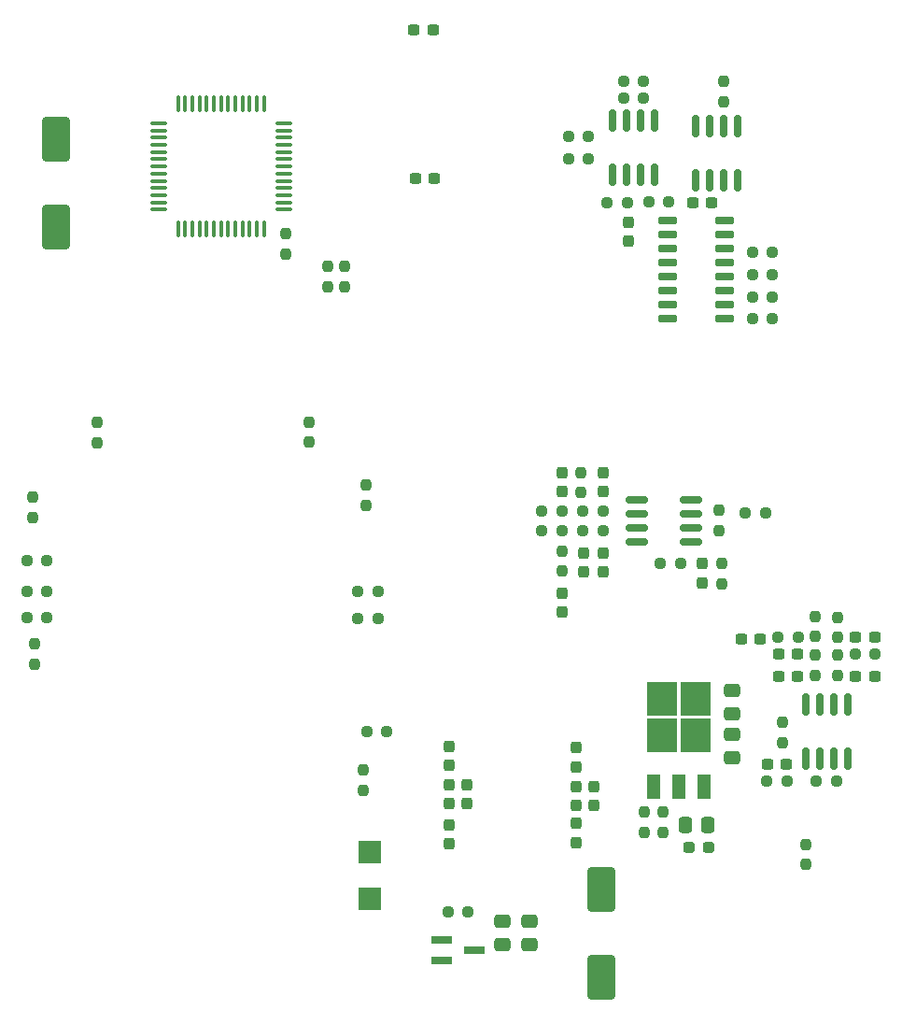
<source format=gbr>
%TF.GenerationSoftware,KiCad,Pcbnew,(6.0.0)*%
%TF.CreationDate,2022-02-27T22:59:39+01:00*%
%TF.ProjectId,board,626f6172-642e-46b6-9963-61645f706362,rev?*%
%TF.SameCoordinates,Original*%
%TF.FileFunction,Paste,Top*%
%TF.FilePolarity,Positive*%
%FSLAX46Y46*%
G04 Gerber Fmt 4.6, Leading zero omitted, Abs format (unit mm)*
G04 Created by KiCad (PCBNEW (6.0.0)) date 2022-02-27 22:59:39*
%MOMM*%
%LPD*%
G01*
G04 APERTURE LIST*
G04 Aperture macros list*
%AMRoundRect*
0 Rectangle with rounded corners*
0 $1 Rounding radius*
0 $2 $3 $4 $5 $6 $7 $8 $9 X,Y pos of 4 corners*
0 Add a 4 corners polygon primitive as box body*
4,1,4,$2,$3,$4,$5,$6,$7,$8,$9,$2,$3,0*
0 Add four circle primitives for the rounded corners*
1,1,$1+$1,$2,$3*
1,1,$1+$1,$4,$5*
1,1,$1+$1,$6,$7*
1,1,$1+$1,$8,$9*
0 Add four rect primitives between the rounded corners*
20,1,$1+$1,$2,$3,$4,$5,0*
20,1,$1+$1,$4,$5,$6,$7,0*
20,1,$1+$1,$6,$7,$8,$9,0*
20,1,$1+$1,$8,$9,$2,$3,0*%
G04 Aperture macros list end*
%ADD10RoundRect,0.237500X-0.250000X-0.237500X0.250000X-0.237500X0.250000X0.237500X-0.250000X0.237500X0*%
%ADD11RoundRect,0.237500X-0.237500X0.250000X-0.237500X-0.250000X0.237500X-0.250000X0.237500X0.250000X0*%
%ADD12RoundRect,0.237500X-0.287500X-0.237500X0.287500X-0.237500X0.287500X0.237500X-0.287500X0.237500X0*%
%ADD13RoundRect,0.237500X0.237500X-0.300000X0.237500X0.300000X-0.237500X0.300000X-0.237500X-0.300000X0*%
%ADD14RoundRect,0.150000X0.725000X0.150000X-0.725000X0.150000X-0.725000X-0.150000X0.725000X-0.150000X0*%
%ADD15R,1.900000X0.800000*%
%ADD16RoundRect,0.237500X0.250000X0.237500X-0.250000X0.237500X-0.250000X-0.237500X0.250000X-0.237500X0*%
%ADD17RoundRect,0.237500X0.237500X-0.250000X0.237500X0.250000X-0.237500X0.250000X-0.237500X-0.250000X0*%
%ADD18R,2.000000X2.000000*%
%ADD19RoundRect,0.237500X-0.237500X0.300000X-0.237500X-0.300000X0.237500X-0.300000X0.237500X0.300000X0*%
%ADD20RoundRect,0.150000X-0.825000X-0.150000X0.825000X-0.150000X0.825000X0.150000X-0.825000X0.150000X0*%
%ADD21RoundRect,0.250000X1.000000X-1.750000X1.000000X1.750000X-1.000000X1.750000X-1.000000X-1.750000X0*%
%ADD22RoundRect,0.250000X0.337500X0.475000X-0.337500X0.475000X-0.337500X-0.475000X0.337500X-0.475000X0*%
%ADD23RoundRect,0.150000X0.150000X-0.825000X0.150000X0.825000X-0.150000X0.825000X-0.150000X-0.825000X0*%
%ADD24RoundRect,0.237500X0.300000X0.237500X-0.300000X0.237500X-0.300000X-0.237500X0.300000X-0.237500X0*%
%ADD25RoundRect,0.250000X0.475000X-0.337500X0.475000X0.337500X-0.475000X0.337500X-0.475000X-0.337500X0*%
%ADD26RoundRect,0.100000X0.637500X-0.100000X0.637500X0.100000X-0.637500X0.100000X-0.637500X-0.100000X0*%
%ADD27RoundRect,0.100000X0.100000X-0.637500X0.100000X0.637500X-0.100000X0.637500X-0.100000X-0.637500X0*%
%ADD28RoundRect,0.237500X-0.300000X-0.237500X0.300000X-0.237500X0.300000X0.237500X-0.300000X0.237500X0*%
%ADD29RoundRect,0.237500X0.237500X-0.287500X0.237500X0.287500X-0.237500X0.287500X-0.237500X-0.287500X0*%
%ADD30RoundRect,0.250000X-1.000000X1.750000X-1.000000X-1.750000X1.000000X-1.750000X1.000000X1.750000X0*%
%ADD31RoundRect,0.250000X-0.475000X0.337500X-0.475000X-0.337500X0.475000X-0.337500X0.475000X0.337500X0*%
%ADD32R,2.750000X3.050000*%
%ADD33R,1.200000X2.200000*%
%ADD34RoundRect,0.150000X-0.150000X0.825000X-0.150000X-0.825000X0.150000X-0.825000X0.150000X0.825000X0*%
G04 APERTURE END LIST*
D10*
%TO.C,R301*%
X197575000Y-72000000D03*
X199400000Y-72000000D03*
%TD*%
D11*
%TO.C,R111*%
X178200000Y-48087500D03*
X178200000Y-49912500D03*
%TD*%
D12*
%TO.C,FB203*%
X210975000Y-100750000D03*
X212725000Y-100750000D03*
%TD*%
D13*
%TO.C,C205*%
X189218750Y-95028750D03*
X189218750Y-96753750D03*
%TD*%
D14*
%TO.C,U502*%
X209025000Y-52745000D03*
X209025000Y-51475000D03*
X209025000Y-50205000D03*
X209025000Y-48935000D03*
X209025000Y-47665000D03*
X209025000Y-46395000D03*
X209025000Y-45125000D03*
X209025000Y-43855000D03*
X214175000Y-43855000D03*
X214175000Y-45125000D03*
X214175000Y-46395000D03*
X214175000Y-47665000D03*
X214175000Y-48935000D03*
X214175000Y-50205000D03*
X214175000Y-51475000D03*
X214175000Y-52745000D03*
%TD*%
D15*
%TO.C,Q201*%
X188500000Y-109087500D03*
X188500000Y-110987500D03*
X191500000Y-110037500D03*
%TD*%
D16*
%TO.C,R508*%
X204987500Y-31300000D03*
X206812500Y-31300000D03*
%TD*%
D11*
%TO.C,R108*%
X176500000Y-62175000D03*
X176500000Y-64000000D03*
%TD*%
D10*
%TO.C,R201*%
X189087500Y-106537500D03*
X190912500Y-106537500D03*
%TD*%
D17*
%TO.C,R308*%
X213900000Y-76825000D03*
X213900000Y-75000000D03*
%TD*%
D18*
%TO.C,D101*%
X182000000Y-105350000D03*
X182000000Y-101150000D03*
%TD*%
D11*
%TO.C,R103*%
X151400000Y-69000000D03*
X151400000Y-70825000D03*
%TD*%
D19*
%TO.C,C308*%
X212150000Y-75000000D03*
X212150000Y-76725000D03*
%TD*%
D11*
%TO.C,R402*%
X224387500Y-79875000D03*
X224387500Y-81700000D03*
%TD*%
D16*
%TO.C,R109*%
X181687500Y-90200000D03*
X183512500Y-90200000D03*
%TD*%
D20*
%TO.C,U301*%
X206175000Y-69195000D03*
X206175000Y-70465000D03*
X206175000Y-71735000D03*
X206175000Y-73005000D03*
X211125000Y-73005000D03*
X211125000Y-71735000D03*
X211125000Y-70465000D03*
X211125000Y-69195000D03*
%TD*%
D16*
%TO.C,R112*%
X182712500Y-80000000D03*
X180887500Y-80000000D03*
%TD*%
D21*
%TO.C,C201*%
X203000000Y-112500000D03*
X203000000Y-104500000D03*
%TD*%
D22*
%TO.C,C206*%
X212637500Y-98650000D03*
X210562500Y-98650000D03*
%TD*%
D23*
%TO.C,U501*%
X211495000Y-40275000D03*
X212765000Y-40275000D03*
X214035000Y-40275000D03*
X215305000Y-40275000D03*
X215305000Y-35325000D03*
X214035000Y-35325000D03*
X212765000Y-35325000D03*
X211495000Y-35325000D03*
%TD*%
D17*
%TO.C,R102*%
X157220000Y-64012500D03*
X157220000Y-62187500D03*
%TD*%
D16*
%TO.C,R501*%
X216687500Y-48800000D03*
X218512500Y-48800000D03*
%TD*%
D11*
%TO.C,R410*%
X221480000Y-100417500D03*
X221480000Y-102242500D03*
%TD*%
D24*
%TO.C,C509*%
X187700000Y-26600000D03*
X185975000Y-26600000D03*
%TD*%
D25*
%TO.C,C203*%
X196500000Y-109500000D03*
X196500000Y-107425000D03*
%TD*%
D13*
%TO.C,C304*%
X201400000Y-74000000D03*
X201400000Y-75725000D03*
%TD*%
D10*
%TO.C,R305*%
X201325000Y-70250000D03*
X203150000Y-70250000D03*
%TD*%
D17*
%TO.C,R306*%
X201150000Y-66750000D03*
X201150000Y-68575000D03*
%TD*%
D19*
%TO.C,C307*%
X203150000Y-68475000D03*
X203150000Y-66750000D03*
%TD*%
D25*
%TO.C,C212*%
X214800000Y-92575000D03*
X214800000Y-90500000D03*
%TD*%
D24*
%TO.C,C508*%
X186112500Y-40111766D03*
X187837500Y-40111766D03*
%TD*%
D16*
%TO.C,R101*%
X152712500Y-74750000D03*
X150887500Y-74750000D03*
%TD*%
D26*
%TO.C,U102*%
X162837500Y-42900000D03*
X162837500Y-42250000D03*
X162837500Y-41600000D03*
X162837500Y-40950000D03*
X162837500Y-40300000D03*
X162837500Y-39650000D03*
X162837500Y-39000000D03*
X162837500Y-38350000D03*
X162837500Y-37700000D03*
X162837500Y-37050000D03*
X162837500Y-36400000D03*
X162837500Y-35750000D03*
X162837500Y-35100000D03*
D27*
X164600000Y-33337500D03*
X165250000Y-33337500D03*
X165900000Y-33337500D03*
X166550000Y-33337500D03*
X167200000Y-33337500D03*
X167850000Y-33337500D03*
X168500000Y-33337500D03*
X169150000Y-33337500D03*
X169800000Y-33337500D03*
X170450000Y-33337500D03*
X171100000Y-33337500D03*
X171750000Y-33337500D03*
X172400000Y-33337500D03*
D26*
X174162500Y-35100000D03*
X174162500Y-35750000D03*
X174162500Y-36400000D03*
X174162500Y-37050000D03*
X174162500Y-37700000D03*
X174162500Y-38350000D03*
X174162500Y-39000000D03*
X174162500Y-39650000D03*
X174162500Y-40300000D03*
X174162500Y-40950000D03*
X174162500Y-41600000D03*
X174162500Y-42250000D03*
X174162500Y-42900000D03*
D27*
X172400000Y-44662500D03*
X171750000Y-44662500D03*
X171100000Y-44662500D03*
X170450000Y-44662500D03*
X169800000Y-44662500D03*
X169150000Y-44662500D03*
X168500000Y-44662500D03*
X167850000Y-44662500D03*
X167200000Y-44662500D03*
X166550000Y-44662500D03*
X165900000Y-44662500D03*
X165250000Y-44662500D03*
X164600000Y-44662500D03*
%TD*%
D11*
%TO.C,R404*%
X222387500Y-83287500D03*
X222387500Y-85112500D03*
%TD*%
%TO.C,R405*%
X224387500Y-83287500D03*
X224387500Y-85112500D03*
%TD*%
%TO.C,R401*%
X222387500Y-79787500D03*
X222387500Y-81612500D03*
%TD*%
D10*
%TO.C,R310*%
X216025000Y-70400000D03*
X217850000Y-70400000D03*
%TD*%
D11*
%TO.C,R110*%
X179700000Y-48087500D03*
X179700000Y-49912500D03*
%TD*%
D16*
%TO.C,R105*%
X152712500Y-79900000D03*
X150887500Y-79900000D03*
%TD*%
D19*
%TO.C,C210*%
X200722500Y-91677500D03*
X200722500Y-93402500D03*
%TD*%
D28*
%TO.C,C405*%
X217387500Y-81837500D03*
X215662500Y-81837500D03*
%TD*%
D16*
%TO.C,R104*%
X152712500Y-77500000D03*
X150887500Y-77500000D03*
%TD*%
D10*
%TO.C,R409*%
X222475000Y-94700000D03*
X224300000Y-94700000D03*
%TD*%
%TO.C,R408*%
X217975000Y-94700000D03*
X219800000Y-94700000D03*
%TD*%
D19*
%TO.C,C211*%
X189218750Y-91528750D03*
X189218750Y-93253750D03*
%TD*%
D24*
%TO.C,C407*%
X227750000Y-85200000D03*
X226025000Y-85200000D03*
%TD*%
%TO.C,C408*%
X219750000Y-93200000D03*
X218025000Y-93200000D03*
%TD*%
D16*
%TO.C,R403*%
X220800000Y-81700000D03*
X218975000Y-81700000D03*
%TD*%
%TO.C,R504*%
X216687500Y-50800000D03*
X218512500Y-50800000D03*
%TD*%
D29*
%TO.C,FB201*%
X200722500Y-100265000D03*
X200722500Y-98515000D03*
%TD*%
D11*
%TO.C,R407*%
X219387500Y-89375000D03*
X219387500Y-91200000D03*
%TD*%
D13*
%TO.C,C306*%
X203150000Y-75725000D03*
X203150000Y-74000000D03*
%TD*%
D10*
%TO.C,R302*%
X197575000Y-70250000D03*
X199400000Y-70250000D03*
%TD*%
D16*
%TO.C,R502*%
X216687500Y-46800000D03*
X218512500Y-46800000D03*
%TD*%
D29*
%TO.C,FB202*%
X189218750Y-100403750D03*
X189218750Y-98653750D03*
%TD*%
D11*
%TO.C,R203*%
X206850000Y-97500000D03*
X206850000Y-99325000D03*
%TD*%
D16*
%TO.C,R505*%
X207287500Y-42200000D03*
X209112500Y-42200000D03*
%TD*%
D30*
%TO.C,C110*%
X153500000Y-36500000D03*
X153500000Y-44500000D03*
%TD*%
D16*
%TO.C,R115*%
X182712500Y-77500000D03*
X180887500Y-77500000D03*
%TD*%
D17*
%TO.C,R309*%
X213650000Y-70175000D03*
X213650000Y-72000000D03*
%TD*%
D13*
%TO.C,C507*%
X205400000Y-44075000D03*
X205400000Y-45800000D03*
%TD*%
D28*
%TO.C,C404*%
X219025000Y-83200000D03*
X220750000Y-83200000D03*
%TD*%
D13*
%TO.C,C305*%
X199400000Y-79400000D03*
X199400000Y-77675000D03*
%TD*%
D17*
%TO.C,R202*%
X208600000Y-99325000D03*
X208600000Y-97500000D03*
%TD*%
D31*
%TO.C,C209*%
X214800000Y-86500000D03*
X214800000Y-88575000D03*
%TD*%
D32*
%TO.C,U201*%
X208475000Y-87225000D03*
X211525000Y-87225000D03*
X211525000Y-90575000D03*
X208475000Y-90575000D03*
D33*
X207720000Y-95200000D03*
X210000000Y-95200000D03*
X212280000Y-95200000D03*
%TD*%
D11*
%TO.C,R107*%
X181400000Y-93687500D03*
X181400000Y-95512500D03*
%TD*%
D13*
%TO.C,C207*%
X202272500Y-96902500D03*
X202272500Y-95177500D03*
%TD*%
D11*
%TO.C,R506*%
X214035000Y-33112500D03*
X214035000Y-31287500D03*
%TD*%
%TO.C,R303*%
X199400000Y-73837500D03*
X199400000Y-75662500D03*
%TD*%
D10*
%TO.C,R406*%
X225975000Y-83200000D03*
X227800000Y-83200000D03*
%TD*%
D11*
%TO.C,R114*%
X174400000Y-45087500D03*
X174400000Y-46912500D03*
%TD*%
D10*
%TO.C,R304*%
X201325000Y-72000000D03*
X203150000Y-72000000D03*
%TD*%
D13*
%TO.C,C208*%
X190768750Y-95041250D03*
X190768750Y-96766250D03*
%TD*%
D16*
%TO.C,R507*%
X203487500Y-42300000D03*
X205312500Y-42300000D03*
%TD*%
D11*
%TO.C,R113*%
X181600000Y-69712500D03*
X181600000Y-67887500D03*
%TD*%
D28*
%TO.C,C406*%
X219025000Y-85200000D03*
X220750000Y-85200000D03*
%TD*%
%TO.C,C403*%
X226025000Y-81700000D03*
X227750000Y-81700000D03*
%TD*%
D25*
%TO.C,C202*%
X194000000Y-109500000D03*
X194000000Y-107425000D03*
%TD*%
D10*
%TO.C,R307*%
X208325000Y-75000000D03*
X210150000Y-75000000D03*
%TD*%
D16*
%TO.C,R503*%
X216687500Y-52800000D03*
X218512500Y-52800000D03*
%TD*%
D34*
%TO.C,U401*%
X225292500Y-87725000D03*
X224022500Y-87725000D03*
X222752500Y-87725000D03*
X221482500Y-87725000D03*
X221482500Y-92675000D03*
X222752500Y-92675000D03*
X224022500Y-92675000D03*
X225292500Y-92675000D03*
%TD*%
D11*
%TO.C,R106*%
X151600000Y-82275000D03*
X151600000Y-84100000D03*
%TD*%
D16*
%TO.C,R511*%
X201812500Y-36300000D03*
X199987500Y-36300000D03*
%TD*%
D23*
%TO.C,U503*%
X203995000Y-34825000D03*
X205265000Y-34825000D03*
X206535000Y-34825000D03*
X207805000Y-34825000D03*
X207805000Y-39775000D03*
X206535000Y-39775000D03*
X205265000Y-39775000D03*
X203995000Y-39775000D03*
%TD*%
D13*
%TO.C,C303*%
X199400000Y-66750000D03*
X199400000Y-68475000D03*
%TD*%
D16*
%TO.C,R509*%
X204987500Y-32800000D03*
X206812500Y-32800000D03*
%TD*%
D13*
%TO.C,C204*%
X200722500Y-96902500D03*
X200722500Y-95177500D03*
%TD*%
D16*
%TO.C,R510*%
X199987500Y-38300000D03*
X201812500Y-38300000D03*
%TD*%
D24*
%TO.C,C502*%
X211285000Y-42300000D03*
X213010000Y-42300000D03*
%TD*%
M02*

</source>
